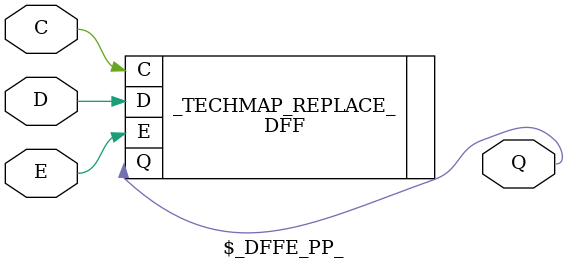
<source format=v>
module  \$_DFF_P_ (input D, C, output Q); DFF  _TECHMAP_REPLACE_ (.D(D), .Q(Q), .C(C), .E(1)); wire _TECHMAP_REMOVEINIT_Q_ = 1; endmodule
module  \$_DFFE_PP_ (input D, C, E, output Q); DFF  _TECHMAP_REPLACE_ (.D(D), .Q(Q), .C(C), .E(E)); wire _TECHMAP_REMOVEINIT_Q_ = 1; endmodule

</source>
